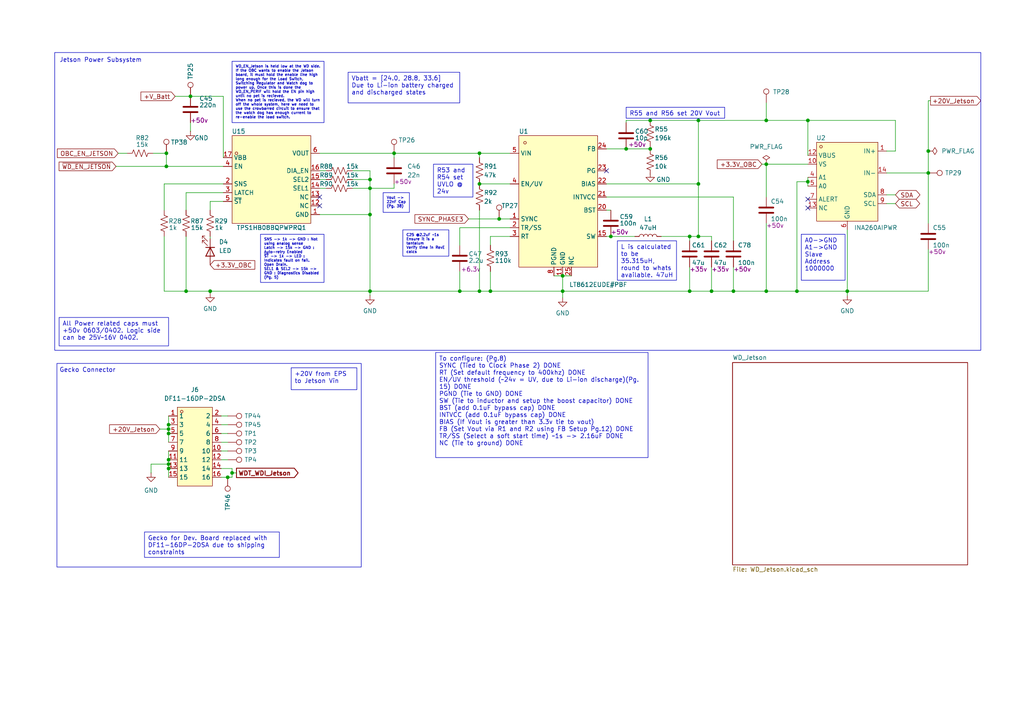
<source format=kicad_sch>
(kicad_sch (version 20250114) (generator "eeschema") (generator_version "9.0")
  (paper "A4")
  (lib_symbols
    (symbol "Device:C" (pin_numbers (hide yes)) (pin_names (offset 0.254))
      (property "Reference" "C" (at 0.635 2.54 0))
      (property "Value" "C" (at 0.635 -2.54 0))
      (symbol "C_0_1"
        (polyline (pts (xy -2.032 0.762) (xy 2.032 0.762)) (stroke (width 0.508)))
        (polyline (pts (xy -2.032 -0.762) (xy 2.032 -0.762)) (stroke (width 0.508)))
      )
      (symbol "C_1_1"
        (pin passive line (at 0 3.81 270) (length 2.794) (name "~") (number "1"))
        (pin passive line (at 0 -3.81 90) (length 2.794) (name "~") (number "2"))
      )
    )
    (symbol "Device:L" (pin_numbers (hide yes)) (pin_names (offset 1.016) (hide yes))
      (property "Reference" "L" (at -1.27 0 90))
      (property "Value" "L" (at 1.905 0 90))
      (symbol "L_0_1"
        (arc (start 0 2.54) (mid 0.6323 1.905) (end 0 1.27))
        (arc (start 0 1.27) (mid 0.6323 0.635) (end 0 0))
        (arc (start 0 0) (mid 0.6323 -0.635) (end 0 -1.27))
        (arc (start 0 -1.27) (mid 0.6323 -1.905) (end 0 -2.54))
      )
      (symbol "L_1_1"
        (pin passive line (at 0 3.81 270) (length 1.27) (name "1") (number "1"))
        (pin passive line (at 0 -3.81 90) (length 1.27) (name "2") (number "2"))
      )
    )
    (symbol "Device:LED" (pin_numbers (hide yes)) (pin_names (offset 1.016) (hide yes))
      (property "Reference" "D" (at 0 2.54 0))
      (property "Value" "LED" (at 0 -2.54 0))
      (symbol "LED_0_1"
        (polyline (pts (xy -3.048 -0.762) (xy -4.572 -2.286) (xy -3.81 -2.286) (xy -4.572 -2.286) (xy -4.572 -1.524)))
        (polyline (pts (xy -1.778 -0.762) (xy -3.302 -2.286) (xy -2.54 -2.286) (xy -3.302 -2.286) (xy -3.302 -1.524)))
        (polyline (pts (xy -1.27 0) (xy 1.27 0)))
        (polyline (pts (xy -1.27 -1.27) (xy -1.27 1.27)) (stroke (width 0.254)))
        (polyline (pts (xy 1.27 -1.27) (xy 1.27 1.27) (xy -1.27 0) (xy 1.27 -1.27)) (stroke (width 0.254)))
      )
      (symbol "LED_1_1"
        (pin passive line (at -3.81 0 0) (length 2.54) (name "K") (number "1"))
        (pin passive line (at 3.81 0 180) (length 2.54) (name "A") (number "2"))
      )
    )
    (symbol "Device:R_US" (pin_numbers (hide yes)) (pin_names (offset 0))
      (property "Reference" "R" (at 2.54 0 90))
      (property "Value" "R_US" (at -2.54 0 90))
      (symbol "R_US_0_1"
        (polyline (pts (xy 0 2.286) (xy 0 2.54)))
        (polyline (pts (xy 0 2.286) (xy 1.016 1.905) (xy 0 1.524) (xy -1.016 1.143) (xy 0 0.762)))
        (polyline (pts (xy 0 0.762) (xy 1.016 0.381) (xy 0 0) (xy -1.016 -0.381) (xy 0 -0.762)))
        (polyline (pts (xy 0 -0.762) (xy 1.016 -1.143) (xy 0 -1.524) (xy -1.016 -1.905) (xy 0 -2.286)))
        (polyline (pts (xy 0 -2.286) (xy 0 -2.54)))
      )
      (symbol "R_US_1_1"
        (pin passive line (at 0 3.81 270) (length 1.27) (name "~") (number "1"))
        (pin passive line (at 0 -3.81 90) (length 1.27) (name "~") (number "2"))
      )
    )
    (symbol "EPS:DF11-16DP-2DSA(08)"
      (property "Reference" "CN" (at 0 13.97 0))
      (property "Value" "DF11-16DP-2DSA(08)" (at 0 -13.97 0))
      (symbol "DF11-16DP-2DSA(08)_0_1"
        (rectangle (start -5.08 11.43) (end 5.08 -11.43) (fill (type background)))
        (circle (center -3.81 10.16) (radius 0.38))
        (pin unspecified line (at -7.62 8.89 0) (length 2.54) (name "1") (number "1"))
        (pin unspecified line (at -7.62 6.35 0) (length 2.54) (name "3") (number "3"))
        (pin unspecified line (at -7.62 3.81 0) (length 2.54) (name "5") (number "5"))
        (pin unspecified line (at -7.62 1.27 0) (length 2.54) (name "7") (number "7"))
        (pin unspecified line (at -7.62 -1.27 0) (length 2.54) (name "9") (number "9"))
        (pin unspecified line (at -7.62 -3.81 0) (length 2.54) (name "11") (number "11"))
        (pin unspecified line (at -7.62 -6.35 0) (length 2.54) (name "13") (number "13"))
        (pin unspecified line (at -7.62 -8.89 0) (length 2.54) (name "15") (number "15"))
        (pin unspecified line (at 7.62 8.89 180) (length 2.54) (name "2") (number "2"))
        (pin unspecified line (at 7.62 6.35 180) (length 2.54) (name "4") (number "4"))
        (pin unspecified line (at 7.62 3.81 180) (length 2.54) (name "6") (number "6"))
        (pin unspecified line (at 7.62 1.27 180) (length 2.54) (name "8") (number "8"))
        (pin unspecified line (at 7.62 -1.27 180) (length 2.54) (name "10") (number "10"))
        (pin unspecified line (at 7.62 -3.81 180) (length 2.54) (name "12") (number "12"))
        (pin unspecified line (at 7.62 -6.35 180) (length 2.54) (name "14") (number "14"))
        (pin unspecified line (at 7.62 -8.89 180) (length 2.54) (name "16") (number "16"))
      )
    )
    (symbol "EPS:INA260AIPWR"
      (property "Reference" "U" (at 0 13.97 0))
      (property "Value" "INA260AIPWR" (at 8.128 -12.954 0))
      (symbol "INA260AIPWR_0_1"
        (rectangle (start -8.89 11.43) (end 8.89 -11.43) (fill (type background)))
        (circle (center -7.62 10.16) (radius 0.38))
      )
      (symbol "INA260AIPWR_1_1"
        (pin passive line (at -11.43 7.62 0) (length 2.54) (name "VBUS") (number "12"))
        (pin passive line (at -11.43 5.08 0) (length 2.54) (name "VS") (number "10"))
        (pin passive line (at -11.43 1.27 0) (length 2.54) (name "A1") (number "4"))
        (pin passive line (at -11.43 -1.27 0) (length 2.54) (name "A0") (number "5"))
        (pin passive line (at -11.43 -5.08 0) (length 2.54) (name "ALERT") (number "7"))
        (pin passive line (at -11.43 -7.62 0) (length 2.54) (name "NC") (number "13"))
        (pin passive line (at 0 -13.97 90) (length 2.54) (name "GND") (number "6"))
        (pin passive line (at 11.43 8.89 180) (length 2.54) (name "IN+") (number "1"))
        (pin passive line (at 11.43 2.54 180) (length 2.54) (name "IN-") (number "14"))
        (pin passive line (at 11.43 -3.81 180) (length 2.54) (name "SDA") (number "8"))
        (pin passive line (at 11.43 -6.35 180) (length 2.54) (name "SCL") (number "9"))
      )
    )
    (symbol "EPS:LT8612EUDE#PBF"
      (property "Reference" "U" (at -1.27 24.13 0))
      (property "Value" "LT8612EUDE#PBF" (at 0 -29.21 0))
      (symbol "LT8612EUDE#PBF_0_1"
        (rectangle (start -11.43 16.51) (end 11.43 -21.59) (fill (type background)))
        (circle (center -9.652 14.478) (radius 0.38))
      )
      (symbol "LT8612EUDE#PBF_1_1"
        (pin passive line (at -13.97 11.43 0) (length 2.54) (name "VIN") (number "5"))
        (pin passive line (at -13.97 2.54 0) (length 2.54) (name "EN/UV") (number "4"))
        (pin passive line (at -13.97 -7.62 0) (length 2.54) (name "SYNC") (number "1"))
        (pin passive line (at -13.97 -10.16 0) (length 2.54) (name "TR/SS") (number "2"))
        (pin passive line (at -13.97 -12.7 0) (length 2.54) (name "RT") (number "3"))
        (pin passive line (at -1.27 -24.13 90) (length 2.54) (name "PGND") (number "8"))
        (pin passive line (at 1.27 -24.13 90) (length 2.54) (name "GND") (number "11"))
        (pin passive line (at 3.81 -24.13 90) (length 2.54) (name "NC") (number "25"))
        (pin passive line (at 13.97 12.7 180) (length 2.54) (name "FB") (number "24"))
        (pin passive line (at 13.97 6.35 180) (length 2.54) (name "PG") (number "23"))
        (pin passive line (at 13.97 2.54 180) (length 2.54) (name "BIAS") (number "22"))
        (pin passive line (at 13.97 -1.27 180) (length 2.54) (name "INTVCC") (number "21"))
        (pin passive line (at 13.97 -5.08 180) (length 2.54) (name "BST") (number "20"))
        (pin passive line (at 13.97 -12.7 180) (length 2.54) (name "SW") (number "15"))
      )
    )
    (symbol "EPS:TPS1HB08BQPWPRQ1"
      (property "Reference" "U" (at 0 15.24 0))
      (property "Value" "TPS1HB08BQPWPRQ1" (at 0 -15.24 0))
      (symbol "TPS1HB08BQPWPRQ1_0_1"
        (rectangle (start -11.43 12.7) (end 11.43 -12.7) (fill (type background)))
        (circle (center -10.16 7.62) (radius 0.38))
      )
      (symbol "TPS1HB08BQPWPRQ1_1_1"
        (pin passive line (at -13.97 6.35 0) (length 2.54) (name "VBB") (number "17"))
        (pin passive line (at -13.97 3.81 0) (length 2.54) (name "EN") (number "4"))
        (pin passive line (at -13.97 -1.27 0) (length 2.54) (name "SNS") (number "2"))
        (pin passive line (at -13.97 -3.81 0) (length 2.54) (name "LATCH") (number "3"))
        (pin passive line (at -13.97 -6.35 0) (length 2.54) (name "~{ST}") (number "5"))
        (pin passive line (at 13.97 7.62 180) (length 2.54) (name "VOUT") (number "6"))
        (pin passive line (at 13.97 2.54 180) (length 2.54) (name "DIA_EN") (number "16"))
        (pin passive line (at 13.97 0 180) (length 2.54) (name "SEL2") (number "15"))
        (pin passive line (at 13.97 -2.54 180) (length 2.54) (name "SEL1") (number "14"))
        (pin passive line (at 13.97 -5.08 180) (length 2.54) (name "NC") (number "13"))
        (pin passive line (at 13.97 -7.62 180) (length 2.54) (name "NC") (number "12"))
        (pin passive line (at 13.97 -10.16 180) (length 2.54) (name "GND") (number "1"))
      )
    )
    (symbol "EPS:TestPoint" (pin_numbers (hide yes)) (pin_names (offset 0.762) (hide yes))
      (property "Reference" "TP" (at 0 6.858 0))
      (property "Value" "TestPoint" (at 0 5.08 0))
      (symbol "TestPoint_0_1"
        (circle (center 0 3.302) (radius 0.762))
      )
      (symbol "TestPoint_1_1"
        (pin passive line (at 0 0 90) (length 2.54) (name "1") (number "1"))
      )
    )
    (symbol "power:GND" (power) (pin_numbers (hide yes)) (pin_names (offset 0) (hide yes))
      (property "Value" "GND" (at 0 -3.81 0))
      (symbol "GND_0_1"
        (polyline (pts (xy 0 0) (xy 0 -1.27) (xy 1.27 -1.27) (xy 0 -2.54) (xy -1.27 -1.27) (xy 0 -1.27)))
      )
      (symbol "GND_1_1"
        (pin power_in line (at 0 0 270) (length 0) (name "~") (number "1"))
      )
    )
    (symbol "power:PWR_FLAG" (power) (pin_numbers (hide yes)) (pin_names (offset 0) (hide yes))
      (property "Value" "PWR_FLAG" (at 0 3.81 0))
      (symbol "PWR_FLAG_0_0"
        (pin power_out line (at 0 0 90) (length 0) (name "~") (number "1"))
      )
      (symbol "PWR_FLAG_0_1"
        (polyline (pts (xy 0 0) (xy 0 1.27) (xy -1.016 1.905) (xy 0 2.54) (xy 1.016 1.905) (xy 0 1.27)))
      )
    )
  )
  (rectangle (start 15.875 15.24) (end 284.48 101.6))
  (rectangle (start 16.51 105.41) (end 104.775 164.465))
  (text "Jetson Power Subsystem" (at 29.21 17.526 0) (effects (font (size 1.27 1.27))))
  (text "Gecko Connector" (at 25.4 107.442 0) (effects (font (size 1.27 1.27))))
  (text_box "Gecko for Dev. Board replaced with DF11-16DP-2DSA due to shipping constraints" (at 41.91 154.305 0) (size 39.116 7.366) (margins 0.9525 0.9525 0.9525 0.9525) (effects (font (size 1.27 1.27)) (justify left top)))
  (text_box "C25 @2.2uF ~1s\nEnsure it is a tantalum\nVerify time in RevE calcs" (at 116.84 66.675 0) (size 13.335 7.62) (margins 0.9525 0.9525 0.9525 0.9525) (effects (font (size 0.762 0.762)) (justify left top)))
  (text_box "To configure: (Pg.8)\nSYNC (Tied to Clock Phase 2) DONE\nRT (Set default frequency to 400khz) DONE\nEN/UV threshold (~24v = UV, due to Li-ion discharge)(Pg. 15) DONE\nPGND (Tie to GND) DONE\nSW (Tie to inductor and setup the boost capacitor) DONE\nBST (add 0.1uF bypass cap) DONE\nINTVCC (add 0.1uF bypass cap) DONE\nBIAS (If Vout is greater than 3.3v tie to vout)\nFB (Set Vout via R1 and R2 using FB Setup Pg.12) DONE\nTR/SS (Select a soft start time) ~1s -> 2.16uF DONE\nNC (Tie to ground) DONE" (at 126.365 102.235 0) (size 61.595 30.48) (margins 0.9525 0.9525 0.9525 0.9525) (effects (font (size 1.27 1.27)) (justify left top)))
  (text_box "SNS -> 1k -> GND : Not using analog sense\nLatch -> 15k -> GND : Auto-retry Enabled\n~{ST} -> 1k -> LED : Indicates fault on fail. Open Drain.\nSEL1 & SEL2 -> 15k -> GND : Diagnostics Disabled\n(Pg. 5)" (at 75.565 67.945 0) (size 18.415 13.97) (margins 0.9525 0.9525 0.9525 0.9525) (effects (font (size 0.762 0.762)) (justify left top)))
  (text_box "R53 and R54 set UVLO @ 24v" (at 125.73 47.625 0) (size 11.43 9.525) (margins 0.9525 0.9525 0.9525 0.9525) (effects (font (size 1.27 1.27)) (justify left top)))
  (text_box "R55 and R56 set 20V Vout" (at 181.61 31.115 0) (size 28.575 3.175) (margins 0.9525 0.9525 0.9525 0.9525) (effects (font (size 1.27 1.27)) (justify left top)))
  (text_box "A0->GND\nA1->GND\nSlave Address\n1000000" (at 232.41 67.945 0) (size 12.7 13.335) (margins 0.9525 0.9525 0.9525 0.9525) (effects (font (size 1.27 1.27)) (justify left top)))
  (text_box "Vout -> 22nF Cap\n(Pg. 38)" (at 111.125 55.88 0) (size 7.62 5.715) (margins 0.9525 0.9525 0.9525 0.9525) (effects (font (size 0.762 0.762)) (justify left top)))
  (text_box "Vbatt = [24.0, 28.8, 33.6] Due to Li-ion battery charged and discharged states" (at 100.965 20.955 0) (size 32.385 8.89) (margins 0.9525 0.9525 0.9525 0.9525) (effects (font (size 1.27 1.27)) (justify left top)))
  (text_box "WD_EN_Jetson is held low at the WD side. If the OBC wants to enable the Jetson board, it must hold the enable line high long enough for the Load Switch, Switching Regulator and Watch dog to power up. Once this is done the WD_EN_PERIF will hold the EN pin high until no pet is recieved.\nWhen no pet is recieved, the WD will turn off the whole system, here we need to use the crowbarred circuit to ensure that the watch dog has enough current to re-enable the load switch." (at 67.31 17.78 0) (size 26.67 17.78) (margins 0.9525 0.9525 0.9525 0.9525) (effects (font (size 0.762 0.762)) (justify left top)))
  (text_box "All Power related caps must +50v 0603/0402. Logic side can be 25V~16V 0402." (at 17.145 92.075 0) (size 31.75 8.255) (margins 0.9525 0.9525 0.9525 0.9525) (effects (font (size 1.27 1.27)) (justify left top)))
  (text_box "L is calculated to be 35.315uH, round to whats available. 47uH" (at 179.07 69.85 0) (size 17.145 11.43) (margins 0.9525 0.9525 0.9525 0.9525) (effects (font (size 1.27 1.27)) (justify left top)))
  (text_box "+20V from EPS to Jetson Vin" (at 84.455 106.68 0) (size 19.05 6.35) (margins 0.9525 0.9525 0.9525 0.9525) (effects (font (size 1.27 1.27)) (justify left top)))
  (junction (at 48.26 44.45))
  (junction (at 142.24 84.455))
  (junction (at 48.26 48.26))
  (junction (at 206.375 84.455))
  (junction (at 222.25 47.625))
  (junction (at 66.04 138.43))
  (junction (at 67.31 137.16))
  (junction (at 202.565 53.34))
  (junction (at 212.725 84.455))
  (junction (at 139.065 53.34))
  (junction (at 200.025 68.58))
  (junction (at 139.065 44.45))
  (junction (at 269.24 43.815))
  (junction (at 48.895 134.62))
  (junction (at 163.195 84.455))
  (junction (at 202.565 68.58))
  (junction (at 107.315 62.23))
  (junction (at 48.895 123.19))
  (junction (at 222.25 34.925))
  (junction (at 163.195 80.01))
  (junction (at 55.245 27.94))
  (junction (at 222.25 84.455))
  (junction (at 107.315 54.61))
  (junction (at 48.895 133.35))
  (junction (at 231.14 84.455))
  (junction (at 114.3 44.45))
  (junction (at 133.35 84.455))
  (junction (at 269.24 50.165))
  (junction (at 48.895 125.73))
  (junction (at 188.595 43.18))
  (junction (at 107.315 52.07))
  (junction (at 200.025 84.455))
  (junction (at 188.595 34.925))
  (junction (at 144.78 63.5))
  (junction (at 234.315 34.925))
  (junction (at 60.96 84.455))
  (junction (at 177.165 68.58))
  (junction (at 139.065 84.455))
  (junction (at 48.895 135.89))
  (junction (at 181.61 43.18))
  (junction (at 234.315 52.705))
  (junction (at 53.975 84.455))
  (junction (at 48.895 124.46))
  (junction (at 107.315 84.455))
  (junction (at 202.565 34.925))
  (junction (at 245.745 84.455))
  (no_connect (at 92.71 57.15))
  (no_connect (at 175.895 49.53))
  (no_connect (at 234.315 60.325))
  (no_connect (at 92.71 59.69))
  (no_connect (at 234.315 57.785))
  (wire (pts (xy 269.24 29.21) (xy 269.24 43.815)))
  (wire (pts (xy 222.25 64.77) (xy 222.25 84.455)))
  (wire (pts (xy 53.975 84.455) (xy 60.96 84.455)))
  (wire (pts (xy 202.565 68.58) (xy 206.375 68.58)))
  (wire (pts (xy 64.77 53.34) (xy 47.625 53.34)))
  (wire (pts (xy 92.71 54.61) (xy 94.615 54.61)))
  (wire (pts (xy 259.715 43.815) (xy 257.175 43.815)))
  (wire (pts (xy 48.895 124.46) (xy 48.895 125.73)))
  (wire (pts (xy 175.895 57.15) (xy 212.725 57.15)))
  (wire (pts (xy 259.715 59.055) (xy 257.175 59.055)))
  (wire (pts (xy 259.715 34.925) (xy 259.715 43.815)))
  (wire (pts (xy 202.565 34.925) (xy 202.565 53.34)))
  (wire (pts (xy 48.26 48.26) (xy 64.77 48.26)))
  (wire (pts (xy 220.98 47.625) (xy 222.25 47.625)))
  (wire (pts (xy 212.725 84.455) (xy 222.25 84.455)))
  (wire (pts (xy 245.745 84.455) (xy 269.24 84.455)))
  (wire (pts (xy 47.625 84.455) (xy 53.975 84.455)))
  (wire (pts (xy 234.315 52.705) (xy 234.315 53.975)))
  (wire (pts (xy 48.895 120.65) (xy 48.895 123.19)))
  (wire (pts (xy 33.655 48.26) (xy 48.26 48.26)))
  (wire (pts (xy 142.24 84.455) (xy 163.195 84.455)))
  (wire (pts (xy 67.31 137.16) (xy 68.58 137.16)))
  (wire (pts (xy 163.195 84.455) (xy 163.195 80.01)))
  (wire (pts (xy 60.96 68.58) (xy 60.96 69.215)))
  (wire (pts (xy 92.71 52.07) (xy 94.615 52.07)))
  (wire (pts (xy 188.595 42.545) (xy 188.595 43.18)))
  (wire (pts (xy 107.315 62.23) (xy 107.315 84.455)))
  (wire (pts (xy 212.725 77.47) (xy 212.725 84.455)))
  (wire (pts (xy 234.315 34.925) (xy 259.715 34.925)))
  (wire (pts (xy 163.195 84.455) (xy 163.195 86.36)))
  (wire (pts (xy 188.595 50.165) (xy 188.595 50.8)))
  (wire (pts (xy 55.245 27.94) (xy 50.8 27.94)))
  (wire (pts (xy 257.175 50.165) (xy 269.24 50.165)))
  (wire (pts (xy 107.315 84.455) (xy 133.35 84.455)))
  (wire (pts (xy 48.895 130.81) (xy 48.895 133.35)))
  (wire (pts (xy 202.565 34.925) (xy 222.25 34.925)))
  (wire (pts (xy 133.35 84.455) (xy 139.065 84.455)))
  (wire (pts (xy 142.24 68.58) (xy 147.955 68.58)))
  (wire (pts (xy 269.24 50.165) (xy 269.24 64.77)))
  (wire (pts (xy 142.24 84.455) (xy 142.24 78.74)))
  (wire (pts (xy 66.04 123.19) (xy 64.135 123.19)))
  (wire (pts (xy 36.83 44.45) (xy 34.29 44.45)))
  (wire (pts (xy 234.315 51.435) (xy 234.315 52.705)))
  (wire (pts (xy 139.065 84.455) (xy 142.24 84.455)))
  (wire (pts (xy 48.895 125.73) (xy 48.895 128.27)))
  (wire (pts (xy 181.61 34.925) (xy 181.61 35.56)))
  (wire (pts (xy 114.3 44.45) (xy 114.3 45.72)))
  (wire (pts (xy 177.165 68.58) (xy 184.15 68.58)))
  (wire (pts (xy 245.745 84.455) (xy 245.745 85.725)))
  (wire (pts (xy 133.35 66.04) (xy 133.35 71.12)))
  (wire (pts (xy 107.315 49.53) (xy 107.315 52.07)))
  (wire (pts (xy 200.025 84.455) (xy 206.375 84.455)))
  (wire (pts (xy 64.135 125.73) (xy 66.04 125.73)))
  (wire (pts (xy 175.895 53.34) (xy 202.565 53.34)))
  (wire (pts (xy 269.24 43.815) (xy 269.24 50.165)))
  (wire (pts (xy 92.71 49.53) (xy 94.615 49.53)))
  (wire (pts (xy 175.895 43.18) (xy 181.61 43.18)))
  (wire (pts (xy 200.025 68.58) (xy 202.565 68.58)))
  (wire (pts (xy 142.24 68.58) (xy 142.24 71.12)))
  (wire (pts (xy 64.77 27.94) (xy 64.77 45.72)))
  (wire (pts (xy 114.3 54.61) (xy 114.3 53.34)))
  (wire (pts (xy 175.895 60.96) (xy 177.165 60.96)))
  (wire (pts (xy 144.78 63.5) (xy 147.955 63.5)))
  (wire (pts (xy 107.315 54.61) (xy 114.3 54.61)))
  (wire (pts (xy 181.61 43.18) (xy 188.595 43.18)))
  (wire (pts (xy 163.195 84.455) (xy 200.025 84.455)))
  (wire (pts (xy 102.235 49.53) (xy 107.315 49.53)))
  (wire (pts (xy 200.025 84.455) (xy 200.025 77.47)))
  (wire (pts (xy 222.25 84.455) (xy 231.14 84.455)))
  (wire (pts (xy 67.31 138.43) (xy 66.04 138.43)))
  (wire (pts (xy 67.31 137.16) (xy 67.31 138.43)))
  (wire (pts (xy 188.595 34.925) (xy 202.565 34.925)))
  (wire (pts (xy 102.235 52.07) (xy 107.315 52.07)))
  (wire (pts (xy 55.245 27.94) (xy 64.77 27.94)))
  (wire (pts (xy 107.315 84.455) (xy 107.315 85.725)))
  (wire (pts (xy 222.25 34.925) (xy 234.315 34.925)))
  (wire (pts (xy 222.25 47.625) (xy 222.25 57.15)))
  (wire (pts (xy 48.895 123.19) (xy 48.895 124.46)))
  (wire (pts (xy 64.135 130.81) (xy 66.04 130.81)))
  (wire (pts (xy 64.135 133.35) (xy 66.04 133.35)))
  (wire (pts (xy 231.14 52.705) (xy 231.14 84.455)))
  (wire (pts (xy 66.04 120.65) (xy 64.135 120.65)))
  (wire (pts (xy 64.135 135.89) (xy 67.31 135.89)))
  (wire (pts (xy 163.195 80.01) (xy 165.735 80.01)))
  (wire (pts (xy 107.315 54.61) (xy 107.315 62.23)))
  (wire (pts (xy 47.625 68.58) (xy 47.625 84.455)))
  (wire (pts (xy 114.3 44.45) (xy 139.065 44.45)))
  (wire (pts (xy 231.14 84.455) (xy 245.745 84.455)))
  (wire (pts (xy 102.235 54.61) (xy 107.315 54.61)))
  (wire (pts (xy 46.355 124.46) (xy 48.895 124.46)))
  (wire (pts (xy 60.96 84.455) (xy 60.96 85.09)))
  (wire (pts (xy 202.565 53.34) (xy 202.565 68.58)))
  (wire (pts (xy 44.45 44.45) (xy 48.26 44.45)))
  (wire (pts (xy 206.375 84.455) (xy 212.725 84.455)))
  (wire (pts (xy 139.065 53.34) (xy 147.955 53.34)))
  (wire (pts (xy 48.895 135.89) (xy 48.895 138.43)))
  (wire (pts (xy 222.25 34.925) (xy 222.25 29.845)))
  (wire (pts (xy 222.25 47.625) (xy 234.315 47.625)))
  (wire (pts (xy 139.065 45.72) (xy 139.065 44.45)))
  (wire (pts (xy 43.815 134.62) (xy 43.815 137.16)))
  (wire (pts (xy 67.31 135.89) (xy 67.31 137.16)))
  (wire (pts (xy 160.655 80.01) (xy 163.195 80.01)))
  (wire (pts (xy 175.895 68.58) (xy 177.165 68.58)))
  (wire (pts (xy 48.895 134.62) (xy 48.895 135.89)))
  (wire (pts (xy 212.725 57.15) (xy 212.725 69.85)))
  (wire (pts (xy 53.975 68.58) (xy 53.975 84.455)))
  (wire (pts (xy 269.24 84.455) (xy 269.24 72.39)))
  (wire (pts (xy 133.35 66.04) (xy 147.955 66.04)))
  (wire (pts (xy 64.135 128.27) (xy 66.04 128.27)))
  (wire (pts (xy 200.025 68.58) (xy 200.025 69.85)))
  (wire (pts (xy 191.77 68.58) (xy 200.025 68.58)))
  (wire (pts (xy 234.315 45.085) (xy 234.315 34.925)))
  (wire (pts (xy 48.26 44.45) (xy 48.26 48.26)))
  (wire (pts (xy 55.245 35.56) (xy 55.245 38.1)))
  (wire (pts (xy 53.975 60.96) (xy 53.975 55.88)))
  (wire (pts (xy 139.065 60.96) (xy 139.065 84.455)))
  (wire (pts (xy 64.135 138.43) (xy 66.04 138.43)))
  (wire (pts (xy 48.895 133.35) (xy 48.895 134.62)))
  (wire (pts (xy 234.315 52.705) (xy 231.14 52.705)))
  (wire (pts (xy 60.96 58.42) (xy 64.77 58.42)))
  (wire (pts (xy 43.815 134.62) (xy 48.895 134.62)))
  (wire (pts (xy 269.875 29.21) (xy 269.24 29.21)))
  (wire (pts (xy 245.745 66.675) (xy 245.745 84.455)))
  (wire (pts (xy 92.71 44.45) (xy 114.3 44.45)))
  (wire (pts (xy 60.96 58.42) (xy 60.96 60.96)))
  (wire (pts (xy 92.71 62.23) (xy 107.315 62.23)))
  (wire (pts (xy 133.35 78.74) (xy 133.35 84.455)))
  (wire (pts (xy 206.375 68.58) (xy 206.375 69.85)))
  (wire (pts (xy 60.96 84.455) (xy 107.315 84.455)))
  (wire (pts (xy 53.975 55.88) (xy 64.77 55.88)))
  (wire (pts (xy 139.065 44.45) (xy 147.955 44.45)))
  (wire (pts (xy 107.315 52.07) (xy 107.315 54.61)))
  (wire (pts (xy 188.595 34.925) (xy 181.61 34.925)))
  (wire (pts (xy 259.715 56.515) (xy 257.175 56.515)))
  (wire (pts (xy 135.89 63.5) (xy 144.78 63.5)))
  (wire (pts (xy 206.375 77.47) (xy 206.375 84.455)))
  (wire (pts (xy 47.625 53.34) (xy 47.625 60.96)))
  (global_label "+3.3V_OBC" (shape input) (at 220.98 47.625 180) (property "Intersheetrefs" "${INTERSHEET_REFS}" (effects (hide yes))))
  (global_label "SYNC_PHASE3" (shape input) (at 135.89 63.5 180) (property "Intersheetrefs" "${INTERSHEET_REFS}" (effects (hide yes))))
  (global_label "SDA" (shape bidirectional) (at 259.715 56.515 0) (property "Intersheetrefs" "${INTERSHEET_REFS}" (effects (hide yes))))
  (global_label "SCL" (shape bidirectional) (at 259.715 59.055 0) (property "Intersheetrefs" "${INTERSHEET_REFS}" (effects (hide yes))))
  (global_label "+20V_Jetson" (shape output) (at 269.875 29.21 0) (property "Intersheetrefs" "${INTERSHEET_REFS}" (effects (hide yes))))
  (global_label "WDT_WDI_Jetson" (shape output) (at 68.58 137.16 0) (effects (font (thickness 0.254) (bold yes))) (property "Intersheetrefs" "${INTERSHEET_REFS}" (effects (hide yes))))
  (global_label "~{WD_EN_JETSON}" (shape input) (at 33.655 48.26 180) (property "Intersheetrefs" "${INTERSHEET_REFS}" (effects (hide yes))))
  (global_label "+20V_Jetson" (shape input) (at 46.355 124.46 180) (property "Intersheetrefs" "${INTERSHEET_REFS}" (effects (hide yes))))
  (global_label "OBC_EN_JETSON" (shape input) (at 34.29 44.45 180) (property "Intersheetrefs" "${INTERSHEET_REFS}" (effects (hide yes))))
  (global_label "+3.3V_OBC" (shape input) (at 60.96 76.835 0) (property "Intersheetrefs" "${INTERSHEET_REFS}" (effects (hide yes))))
  (global_label "+V_Batt" (shape input) (at 50.8 27.94 180) (property "Intersheetrefs" "${INTERSHEET_REFS}" (effects (hide yes))))
  (symbol (lib_id "EPS:TestPoint") (at 66.04 138.43 180) (unit 1)
    (property "Reference" "TP46" (at 66.04 143.256 90) (effects (justify left)))
    (property "Value" "TestPoint" (effects (hide yes)))
    (property "Footprint" "TestPoint:TestPoint_Pad_1.0x1.0mm" (effects (hide yes)))
    (property "Description" "test point" (effects (hide yes)))
  )
  (symbol (lib_id "power:GND") (at 60.96 85.09 0) (unit 1)
    (property "Reference" "#PWR07" (effects (hide yes)))
    (property "Value" "GND" (at 60.96 89.535 0))
    (property "Description" "Power symbol creates a global label with name \"GND\" , ground" (effects (hide yes)))
  )
  (symbol (lib_id "power:PWR_FLAG") (at 269.24 43.815 270) (unit 1)
    (property "Reference" "#FLG06" (effects (hide yes)))
    (property "Value" "PWR_FLAG" (at 273.05 43.8149 90) (effects (justify left)))
    (property "Description" "Special symbol for telling ERC where power comes from" (effects (hide yes)))
  )
  (symbol (lib_id "Device:R_US") (at 98.425 52.07 90) (unit 1)
    (property "Reference" "R89" (at 94.615 50.8 90))
    (property "Value" "15k" (at 102.235 50.8 90))
    (property "Footprint" "EPS:R0402" (effects (hide yes)))
    (property "Description" "Resistor, US symbol" (effects (hide yes)))
    (property "LCSC" "C114761" (effects (hide yes)))
  )
  (symbol (lib_id "Device:C") (at 206.375 73.66 0) (unit 1)
    (property "Reference" "C62" (at 207.01 71.12 0) (effects (justify left)))
    (property "Value" "47u" (at 207.01 76.2 0) (effects (justify left)))
    (property "Footprint" "EPS:CAP-SMD_L7.3-W4.3-FD" (effects (hide yes)))
    (property "Description" "Unpolarized capacitor" (effects (hide yes)))
    (property "Voltage Rating" "+35v" (at 208.915 78.105 0))
    (property "LCSC" "C87110" (effects (hide yes)))
  )
  (symbol (lib_id "power:PWR_FLAG") (at 222.25 47.625 0) (unit 1)
    (property "Reference" "#FLG010" (effects (hide yes)))
    (property "Value" "PWR_FLAG" (at 222.25 42.545 0))
    (property "Description" "Special symbol for telling ERC where power comes from" (effects (hide yes)))
  )
  (symbol (lib_id "Device:C") (at 114.3 49.53 0) (unit 1)
    (property "Reference" "C46" (at 118.11 48.2599 0) (effects (justify left)))
    (property "Value" "22n" (at 118.11 50.7999 0) (effects (justify left)))
    (property "Footprint" "EPS:C0402" (effects (hide yes)))
    (property "Description" "Unpolarized capacitor" (effects (hide yes)))
    (property "Voltage Rating" "+50v" (at 116.84 52.705 0))
    (property "LCSC" "C77023" (effects (hide yes)))
  )
  (symbol (lib_id "Device:R_US") (at 139.065 49.53 0) (unit 1)
    (property "Reference" "R91" (at 140.335 48.26 0) (effects (justify left)))
    (property "Value" "47k" (at 140.335 50.8 0) (effects (justify left)))
    (property "Footprint" "EPS:R0402" (effects (hide yes)))
    (property "Description" "Resistor, US symbol" (effects (hide yes)))
    (property "LCSC" "C93943" (effects (hide yes)))
  )
  (symbol (lib_id "power:GND") (at 163.195 86.36 0) (unit 1)
    (property "Reference" "#PWR05" (effects (hide yes)))
    (property "Value" "GND" (at 163.195 90.805 0))
    (property "Description" "Power symbol creates a global label with name \"GND\" , ground" (effects (hide yes)))
  )
  (symbol (lib_id "Device:R_US") (at 139.065 57.15 0) (unit 1)
    (property "Reference" "R92" (at 140.335 55.88 0) (effects (justify left)))
    (property "Value" "2k" (at 140.335 58.42 0) (effects (justify left)))
    (property "Footprint" "EPS:R0402" (effects (hide yes)))
    (property "Description" "Resistor, US symbol" (effects (hide yes)))
    (property "LCSC" "C60488" (effects (hide yes)))
  )
  (symbol (lib_id "EPS:LT8612EUDE#PBF") (at 161.925 55.88 0) (unit 1)
    (property "Reference" "U1" (at 150.495 38.1 0) (effects (justify left)))
    (property "Value" "LT8612EUDE#PBF" (at 165.1 82.55 0) (effects (justify left)))
    (property "Footprint" "EPS:QFN-28_L6.0-W3.0-P0.50-BL-EP" (effects (hide yes)))
    (property "Datasheet" "https://jlcpcb.com/api/file/downloadByFileSystemAccessId/8589836477510287360" (effects (hide yes)))
    (property "Description" "42V, 6A, Step Down Regulator" (effects (hide yes)))
    (property "LCSC Part" "C580312" (effects (hide yes)))
  )
  (symbol (lib_id "Device:R_US") (at 188.595 46.99 0) (unit 1)
    (property "Reference" "R56" (at 189.865 45.72 0) (effects (justify left)))
    (property "Value" "10k" (at 189.865 48.26 0) (effects (justify left)))
    (property "Footprint" "EPS:R0402" (effects (hide yes)))
    (property "Description" "Resistor, US symbol" (effects (hide yes)))
    (property "LCSC" "C25531" (effects (hide yes)))
  )
  (symbol (lib_id "EPS:TestPoint") (at 66.04 133.35 270) (unit 1)
    (property "Reference" "TP4" (at 70.866 133.35 90) (effects (justify left)))
    (property "Value" "TestPoint" (effects (hide yes)))
    (property "Footprint" "TestPoint:TestPoint_Pad_1.0x1.0mm" (effects (hide yes)))
    (property "Description" "test point" (effects (hide yes)))
  )
  (symbol (lib_id "EPS:TestPoint") (at 66.04 128.27 270) (unit 1)
    (property "Reference" "TP2" (at 70.866 128.27 90) (effects (justify left)))
    (property "Value" "TestPoint" (effects (hide yes)))
    (property "Footprint" "TestPoint:TestPoint_Pad_1.0x1.0mm" (effects (hide yes)))
    (property "Description" "test point" (effects (hide yes)))
  )
  (symbol (lib_id "EPS:TestPoint") (at 114.3 44.45 0) (unit 1)
    (property "Reference" "TP26" (at 115.57 40.64 0) (effects (justify left)))
    (property "Value" "TestPoint" (effects (hide yes)))
    (property "Footprint" "TestPoint:TestPoint_Pad_1.0x1.0mm" (effects (hide yes)))
    (property "Description" "test point" (effects (hide yes)))
  )
  (symbol (lib_id "Device:C") (at 200.025 73.66 0) (unit 1)
    (property "Reference" "C61" (at 200.66 71.12 0) (effects (justify left)))
    (property "Value" "47u" (at 200.66 76.2 0) (effects (justify left)))
    (property "Footprint" "EPS:CAP-SMD_L7.3-W4.3-FD" (effects (hide yes)))
    (property "Description" "Unpolarized capacitor" (effects (hide yes)))
    (property "Voltage Rating" "+35v" (at 202.565 78.105 0))
    (property "LCSC" "C87110" (effects (hide yes)))
  )
  (symbol (lib_id "Device:C") (at 269.24 68.58 0) (unit 1)
    (property "Reference" "C55" (at 270.51 66.04 0) (effects (justify left)))
    (property "Value" "100n" (at 270.51 71.12 0) (effects (justify left)))
    (property "Footprint" "EPS:C0402" (effects (hide yes)))
    (property "Description" "Unpolarized capacitor" (effects (hide yes)))
    (property "Voltage Rating" "+50v" (at 271.78 73.025 0))
    (property "LCSC" "C85858" (effects (hide yes)))
  )
  (symbol (lib_id "Device:R_US") (at 98.425 54.61 90) (unit 1)
    (property "Reference" "R90" (at 94.615 53.34 90))
    (property "Value" "15k" (at 102.235 53.34 90))
    (property "Footprint" "EPS:R0402" (effects (hide yes)))
    (property "Description" "Resistor, US symbol" (effects (hide yes)))
    (property "LCSC" "C114761" (effects (hide yes)))
  )
  (symbol (lib_id "EPS:INA260AIPWR") (at 245.745 52.705 0) (unit 1)
    (property "Reference" "U2" (at 238.125 40.005 0))
    (property "Value" "INA260AIPWR" (at 254 66.04 0))
    (property "Footprint" "EPS:TSSOP-16_L5.0-W4.4-P0.65-LS6.4-BL-1" (effects (hide yes)))
    (property "Datasheet" "https://www.ti.com/lit/ds/symlink/ina260.pdf?ts=1748375218606&ref_url=https%253A%252F%252Fwww.google.com%252F" (effects (hide yes)))
    (property "Description" "Precision Digital Current and Power Monitor With Low-Drift, Precision Integrated Shunt" (effects (hide yes)))
    (property "LCSC Part" "C2155885" (effects (hide yes)))
  )
  (symbol (lib_id "EPS:TestPoint") (at 144.78 63.5 0) (unit 1)
    (property "Reference" "TP27" (at 145.415 59.69 0) (effects (justify left)))
    (property "Value" "TestPoint" (effects (hide yes)))
    (property "Footprint" "TestPoint:TestPoint_Pad_1.0x1.0mm" (effects (hide yes)))
    (property "Description" "test point" (effects (hide yes)))
  )
  (symbol (lib_id "Device:C") (at 212.725 73.66 0) (unit 1)
    (property "Reference" "C78" (at 213.995 71.12 0) (effects (justify left)))
    (property "Value" "100n" (at 213.995 76.2 0) (effects (justify left)))
    (property "Footprint" "EPS:C0402" (effects (hide yes)))
    (property "Description" "Unpolarized capacitor" (effects (hide yes)))
    (property "Voltage Rating" "+50v" (at 215.265 78.105 0))
    (property "LCSC" "C85858" (effects (hide yes)))
  )
  (symbol (lib_id "EPS:TestPoint") (at 66.04 120.65 270) (unit 1)
    (property "Reference" "TP44" (at 70.866 120.65 90) (effects (justify left)))
    (property "Value" "TestPoint" (effects (hide yes)))
    (property "Footprint" "TestPoint:TestPoint_Pad_1.0x1.0mm" (effects (hide yes)))
    (property "Description" "test point" (effects (hide yes)))
  )
  (symbol (lib_id "Device:L") (at 187.96 68.58 90) (unit 1)
    (property "Reference" "L1" (at 187.96 63.5 90))
    (property "Value" "47uH" (at 187.96 66.04 90))
    (property "Footprint" "EPS:IND-SMD_L10.7-W10.0_ETQP5MXXXX" (effects (hide yes)))
    (property "Description" "Inductor" (effects (hide yes)))
    (property "LCSC" "C409637" (effects (hide yes)))
  )
  (symbol (lib_id "EPS:TestPoint") (at 66.04 130.81 270) (unit 1)
    (property "Reference" "TP3" (at 70.866 130.81 90) (effects (justify left)))
    (property "Value" "TestPoint" (effects (hide yes)))
    (property "Footprint" "TestPoint:TestPoint_Pad_1.0x1.0mm" (effects (hide yes)))
    (property "Description" "test point" (effects (hide yes)))
  )
  (symbol (lib_id "power:GND") (at 107.315 85.725 0) (unit 1)
    (property "Reference" "#PWR03" (effects (hide yes)))
    (property "Value" "GND" (at 107.315 90.17 0))
    (property "Description" "Power symbol creates a global label with name \"GND\" , ground" (effects (hide yes)))
  )
  (symbol (lib_id "power:GND") (at 55.245 38.1 0) (unit 1)
    (property "Reference" "#PWR08" (effects (hide yes)))
    (property "Value" "GND" (at 58.42 40.005 0))
    (property "Description" "Power symbol creates a global label with name \"GND\" , ground" (effects (hide yes)))
  )
  (symbol (lib_id "EPS:TestPoint") (at 55.245 27.94 0) (mirror y) (unit 1)
    (property "Reference" "TP25" (at 55.245 23.114 90) (effects (justify left)))
    (property "Value" "TestPoint" (effects (hide yes)))
    (property "Footprint" "TestPoint:TestPoint_Pad_1.0x1.0mm" (effects (hide yes)))
    (property "Description" "test point" (effects (hide yes)))
  )
  (symbol (lib_id "Device:R_US") (at 40.64 44.45 270) (unit 1)
    (property "Reference" "R82" (at 41.275 40.005 90))
    (property "Value" "15k" (at 41.275 41.91 90))
    (property "Footprint" "EPS:R0402" (effects (hide yes)))
    (property "Description" "Resistor, US symbol" (effects (hide yes)))
    (property "LCSC" "C114761" (effects (hide yes)))
  )
  (symbol (lib_id "Device:R_US") (at 98.425 49.53 90) (unit 1)
    (property "Reference" "R88" (at 94.615 48.26 90))
    (property "Value" "15k" (at 102.235 48.26 90))
    (property "Footprint" "EPS:R0402" (effects (hide yes)))
    (property "Description" "Resistor, US symbol" (effects (hide yes)))
    (property "LCSC" "C114761" (effects (hide yes)))
  )
  (symbol (lib_id "Device:R_US") (at 47.625 64.77 180) (unit 1)
    (property "Reference" "R28" (at 50.8 64.135 0))
    (property "Value" "1k" (at 50.165 66.04 0))
    (property "Footprint" "EPS:R0402" (effects (hide yes)))
    (property "Description" "Resistor, US symbol" (effects (hide yes)))
    (property "LCSC" "C106235" (effects (hide yes)))
  )
  (symbol (lib_id "Device:C") (at 133.35 74.93 0) (unit 1)
    (property "Reference" "C47" (at 135.89 73.66 0) (effects (justify left)))
    (property "Value" "2.2u" (at 135.89 75.565 0) (effects (justify left)))
    (property "Footprint" "EPS:C0402" (effects (hide yes)))
    (property "Description" "Unpolarized capacitor" (effects (hide yes)))
    (property "LCSC" "C12530" (effects (hide yes)))
    (property "Voltage Rating" "+6.3v" (at 136.525 78.105 0))
  )
  (symbol (lib_id "Device:R_US") (at 188.595 38.735 0) (unit 1)
    (property "Reference" "R55" (at 189.865 37.465 0) (effects (justify left)))
    (property "Value" "196k" (at 189.865 40.005 0) (effects (justify left)))
    (property "Footprint" "EPS:R0402" (effects (hide yes)))
    (property "Description" "Resistor, US symbol" (effects (hide yes)))
    (property "LCSC" "C2077051" (effects (hide yes)))
  )
  (symbol (lib_id "Device:C") (at 55.245 31.75 0) (unit 1)
    (property "Reference" "C45" (at 57.785 28.575 0) (effects (justify left)))
    (property "Value" "220n" (at 57.785 30.48 0) (effects (justify left)))
    (property "Footprint" "EPS:C0402" (effects (hide yes)))
    (property "Description" "Unpolarized capacitor" (effects (hide yes)))
    (property "Voltage Rating" "+50v" (at 57.785 34.925 0))
    (property "LCSC" "C5159775" (effects (hide yes)))
  )
  (symbol (lib_id "Device:LED") (at 60.96 73.025 270) (unit 1)
    (property "Reference" "D4" (at 63.5 70.1674 90) (effects (justify left)))
    (property "Value" "LED" (at 63.5 72.7074 90) (effects (justify left)))
    (property "Footprint" "EPS:LED0603-RD_RED" (effects (hide yes)))
    (property "Description" "Light emitting diode" (effects (hide yes)))
    (property "Sim.Pins" "1=K 2=A" (effects (hide yes)))
  )
  (symbol (lib_id "Device:R_US") (at 60.96 64.77 180) (unit 1)
    (property "Reference" "R29" (at 64.135 64.135 0))
    (property "Value" "1k" (at 63.5 66.04 0))
    (property "Footprint" "EPS:R0402" (effects (hide yes)))
    (property "Description" "Resistor, US symbol" (effects (hide yes)))
  )
  (symbol (lib_id "Device:C") (at 177.165 64.77 0) (unit 1)
    (property "Reference" "C59" (at 179.705 62.865 0) (effects (justify left)))
    (property "Value" "100n" (at 179.705 64.77 0) (effects (justify left)))
    (property "Footprint" "EPS:C0402" (effects (hide yes)))
    (property "Description" "Unpolarized capacitor" (effects (hide yes)))
    (property "Voltage Rating" "+50v" (at 179.705 67.31 0))
    (property "LCSC" "C85858" (effects (hide yes)))
  )
  (symbol (lib_id "power:GND") (at 43.815 137.16 0) (unit 1)
    (property "Reference" "#PWR04" (effects (hide yes)))
    (property "Value" "GND" (at 43.815 142.24 0))
    (property "Description" "Power symbol creates a global label with name \"GND\" , ground" (effects (hide yes)))
  )
  (symbol (lib_id "EPS:TestPoint") (at 66.04 123.19 270) (unit 1)
    (property "Reference" "TP45" (at 70.866 123.19 90) (effects (justify left)))
    (property "Value" "TestPoint" (effects (hide yes)))
    (property "Footprint" "TestPoint:TestPoint_Pad_1.0x1.0mm" (effects (hide yes)))
    (property "Description" "test point" (effects (hide yes)))
  )
  (symbol (lib_id "EPS:TestPoint") (at 66.04 125.73 270) (unit 1)
    (property "Reference" "TP1" (at 70.866 125.73 90) (effects (justify left)))
    (property "Value" "TestPoint" (effects (hide yes)))
    (property "Footprint" "TestPoint:TestPoint_Pad_1.0x1.0mm" (effects (hide yes)))
    (property "Description" "test point" (effects (hide yes)))
  )
  (symbol (lib_id "EPS:TPS1HB08BQPWPRQ1") (at 78.74 52.07 0) (unit 1)
    (property "Reference" "U15" (at 69.215 38.1 0))
    (property "Value" "TPS1HB08BQPWPRQ1" (at 78.74 66.04 0))
    (property "Footprint" "EPS:HTSSOP-16_L5.0-W4.4-P0.65-LS6.4-TL-EP2.9" (effects (hide yes)))
    (property "Datasheet" "https://www.ti.com/lit/ds/symlink/tps1ha08-q1.pdf?ts=1748448912035&ref_url=https%253A%252F%252Fwww.ti.com%252Fproduct%252FTPS1HA08-Q1" (effects (hide yes)))
    (property "Description" "40-V, 8-mΩ Single-Channel Smart High-Side Switch" (effects (hide yes)))
    (property "LCSC Part" "C3230075" (effects (hide yes)))
  )
  (symbol (lib_id "Device:R_US") (at 142.24 74.93 0) (unit 1)
    (property "Reference" "R93" (at 143.51 73.66 0) (effects (justify left)))
    (property "Value" "110k" (at 143.51 75.565 0) (effects (justify left)))
    (property "Footprint" "EPS:R0402" (effects (hide yes)))
    (property "Description" "Resistor, US symbol" (effects (hide yes)))
    (property "LCSC" "C138065" (effects (hide yes)))
  )
  (symbol (lib_id "Device:R_US") (at 53.975 64.77 0) (unit 1)
    (property "Reference" "R87" (at 57.15 64.135 0))
    (property "Value" "15k" (at 57.15 66.04 0))
    (property "Footprint" "EPS:R0402" (effects (hide yes)))
    (property "Description" "Resistor, US symbol" (effects (hide yes)))
    (property "LCSC" "C114761" (effects (hide yes)))
  )
  (symbol (lib_id "power:GND") (at 245.745 85.725 0) (unit 1)
    (property "Reference" "#PWR038" (effects (hide yes)))
    (property "Value" "GND" (at 245.745 90.17 0))
    (property "Description" "Power symbol creates a global label with name \"GND\" , ground" (effects (hide yes)))
  )
  (symbol (lib_id "power:GND") (at 188.595 50.165 0) (unit 1)
    (property "Reference" "#PWR037" (effects (hide yes)))
    (property "Value" "GND" (at 192.405 52.07 0))
    (property "Description" "Power symbol creates a global label with name \"GND\" , ground" (effects (hide yes)))
  )
  (symbol (lib_id "EPS:DF11-16DP-2DSA(08)") (at 56.515 129.54 0) (unit 1)
    (property "Reference" "J6" (at 56.515 113.03 0))
    (property "Value" "DF11-16DP-2DSA" (at 56.515 115.57 0))
    (property "Footprint" "EPS:CONN-TH_DF11-16DP-2DSA-08" (effects (hide yes)))
    (property "Datasheet" "https://lcsc.com/product-detail/Wire-To-Board-Wire-To-Wire-Connector_HRS-Hirose-HRS-DF11-16DP-2DSA-08_C530981.html" (effects (hide yes)))
    (property "Description" "Hirose 2x8 Connector, Drop in replacement for Gecko" (effects (hide yes)))
    (property "MANUFACTURER" "HARWIN" (effects (hide yes)))
    (property "LCSC Part" "C530981" (effects (hide yes)))
  )
  (symbol (lib_id "EPS:TestPoint") (at 269.24 50.165 270) (unit 1)
    (property "Reference" "TP29" (at 274.066 50.165 90) (effects (justify left)))
    (property "Value" "TestPoint" (effects (hide yes)))
    (property "Footprint" "TestPoint:TestPoint_Pad_1.0x1.0mm" (effects (hide yes)))
    (property "Description" "test point" (effects (hide yes)))
  )
  (symbol (lib_id "Device:C") (at 181.61 39.37 0) (unit 1)
    (property "Reference" "C60" (at 184.15 38.1 0) (effects (justify left)))
    (property "Value" "10p" (at 184.15 40.005 0) (effects (justify left)))
    (property "Footprint" "EPS:C0402" (effects (hide yes)))
    (property "Description" "Unpolarized capacitor" (effects (hide yes)))
    (property "Voltage Rating" "+50v" (at 184.785 41.91 0))
    (property "LCSC" "C1545" (effects (hide yes)))
  )
  (symbol (lib_id "EPS:TestPoint") (at 48.26 44.45 0) (unit 1)
    (property "Reference" "TP38" (at 49.53 41.275 0) (effects (justify left)))
    (property "Value" "TestPoint" (effects (hide yes)))
    (property "Footprint" "TestPoint:TestPoint_Pad_1.0x1.0mm" (effects (hide yes)))
    (property "Description" "test point" (effects (hide yes)))
  )
  (symbol (lib_id "Device:C") (at 222.25 60.96 0) (unit 1)
    (property "Reference" "C54" (at 223.52 58.42 0) (effects (justify left)))
    (property "Value" "100n" (at 223.52 63.5 0) (effects (justify left)))
    (property "Footprint" "EPS:C0402" (effects (hide yes)))
    (property "Description" "Unpolarized capacitor" (effects (hide yes)))
    (property "Voltage Rating" "+50v" (at 224.79 65.405 0))
    (property "LCSC" "C85858" (effects (hide yes)))
  )
  (symbol (lib_id "EPS:TestPoint") (at 222.25 29.845 0) (unit 1)
    (property "Reference" "TP28" (at 224.155 26.67 0) (effects (justify left)))
    (property "Value" "TestPoint" (effects (hide yes)))
    (property "Footprint" "TestPoint:TestPoint_Pad_1.0x1.0mm" (effects (hide yes)))
    (property "Description" "test point" (effects (hide yes)))
  )
  (sheet (at 212.471 105.156) (size 68.199 58.674) (stroke (width 0.1524))
    (property "Sheetname" "WD_Jetson" (at 212.471 104.4444 0) (effects (justify left bottom)))
    (property "Sheetfile" "WD_Jetson.kicad_sch" (at 212.471 164.4146 0) (effects (justify left top)))
  )
)
</source>
